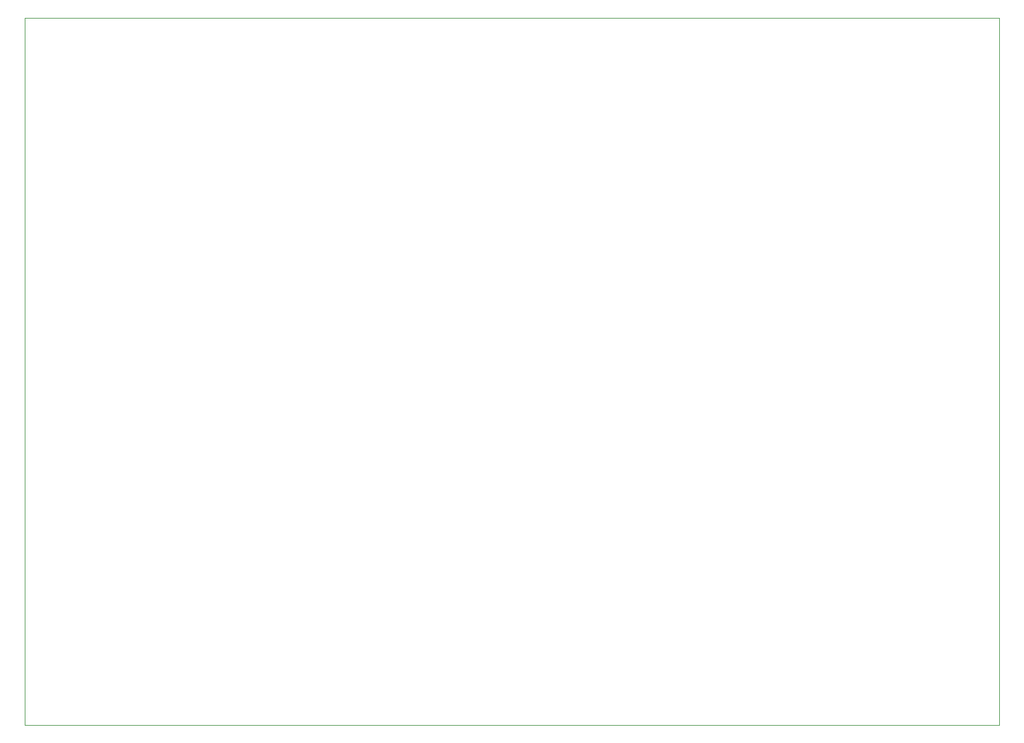
<source format=gbr>
%TF.GenerationSoftware,KiCad,Pcbnew,6.0.4-6f826c9f35~116~ubuntu20.04.1*%
%TF.CreationDate,2022-04-19T19:11:04+03:00*%
%TF.ProjectId,oskar_feet_rev1,6f736b61-725f-4666-9565-745f72657631,rev?*%
%TF.SameCoordinates,Original*%
%TF.FileFunction,Profile,NP*%
%FSLAX46Y46*%
G04 Gerber Fmt 4.6, Leading zero omitted, Abs format (unit mm)*
G04 Created by KiCad (PCBNEW 6.0.4-6f826c9f35~116~ubuntu20.04.1) date 2022-04-19 19:11:04*
%MOMM*%
%LPD*%
G01*
G04 APERTURE LIST*
%TA.AperFunction,Profile*%
%ADD10C,0.100000*%
%TD*%
G04 APERTURE END LIST*
D10*
X49911600Y-61000000D02*
X183085500Y-61000000D01*
X183085500Y-61000000D02*
X183085500Y-157759669D01*
X183085500Y-157759669D02*
X49911600Y-157759669D01*
X49911600Y-157759669D02*
X49911600Y-61000000D01*
M02*

</source>
